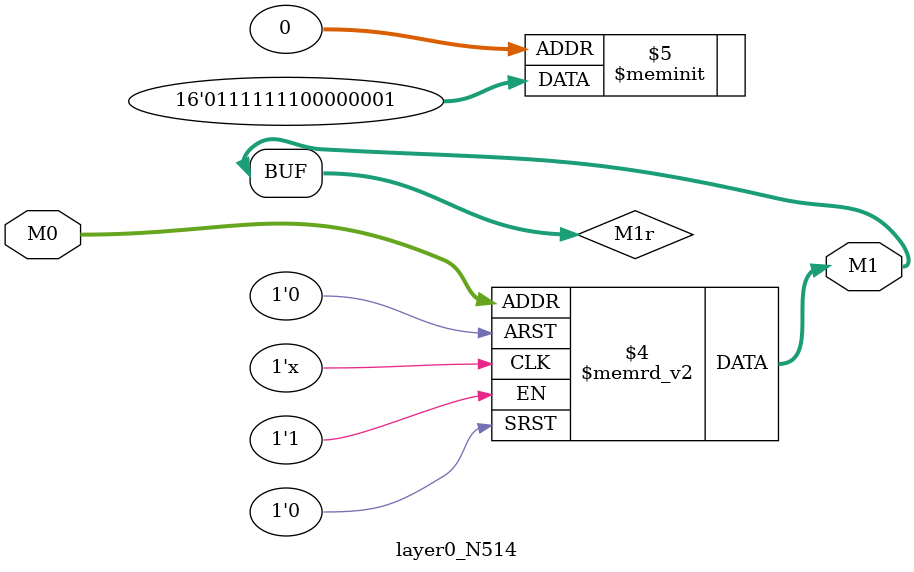
<source format=v>
module layer0_N514 ( input [2:0] M0, output [1:0] M1 );

	(*rom_style = "distributed" *) reg [1:0] M1r;
	assign M1 = M1r;
	always @ (M0) begin
		case (M0)
			3'b000: M1r = 2'b01;
			3'b100: M1r = 2'b11;
			3'b010: M1r = 2'b00;
			3'b110: M1r = 2'b11;
			3'b001: M1r = 2'b00;
			3'b101: M1r = 2'b11;
			3'b011: M1r = 2'b00;
			3'b111: M1r = 2'b01;

		endcase
	end
endmodule

</source>
